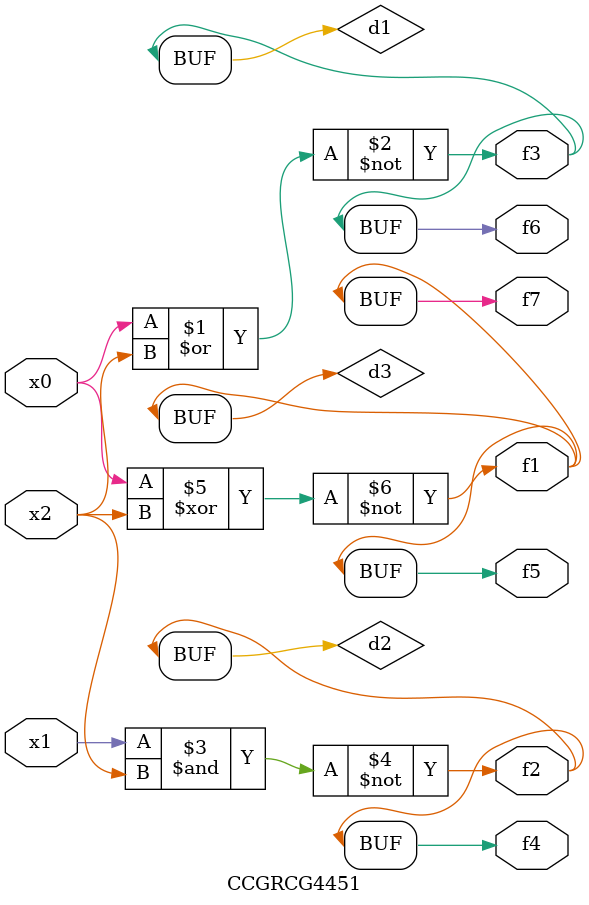
<source format=v>
module CCGRCG4451(
	input x0, x1, x2,
	output f1, f2, f3, f4, f5, f6, f7
);

	wire d1, d2, d3;

	nor (d1, x0, x2);
	nand (d2, x1, x2);
	xnor (d3, x0, x2);
	assign f1 = d3;
	assign f2 = d2;
	assign f3 = d1;
	assign f4 = d2;
	assign f5 = d3;
	assign f6 = d1;
	assign f7 = d3;
endmodule

</source>
